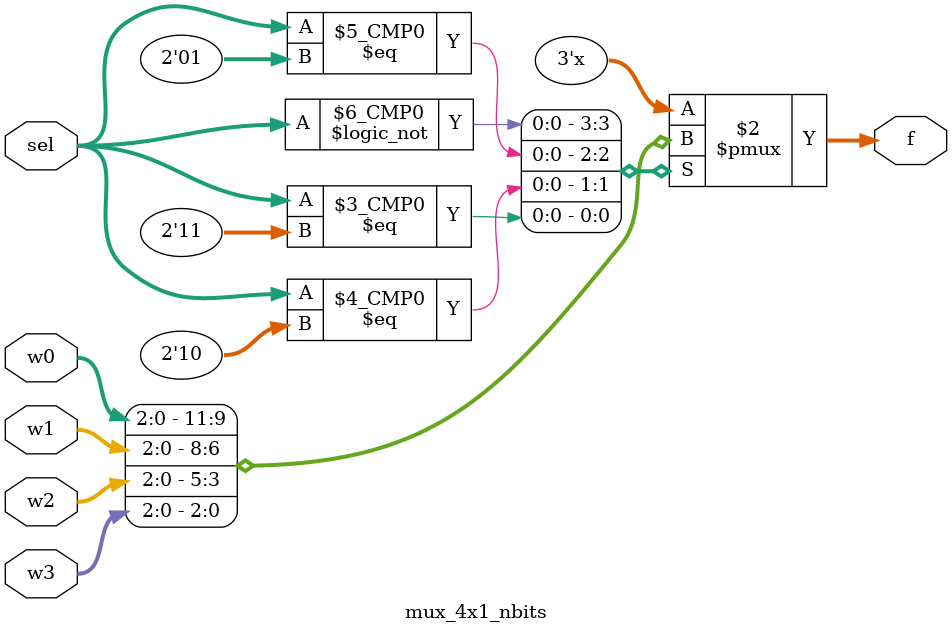
<source format=v>
`timescale 1ns / 1ps


module mux_4x1_nbits
#(parameter N=3)
(   input [N-1:0] w0 ,w1 ,w2 ,w3 ,
    input [1:0] sel ,
    output reg [N-1:0] f );
    
    always@(*)
begin
    case(sel)
    2'b00 : f = w0;
    2'b01 : f = w1;
    2'b10 : f = w2;
    2'b11 : f = w3;
    default : f = 'bx;
    endcase 
end
endmodule

</source>
